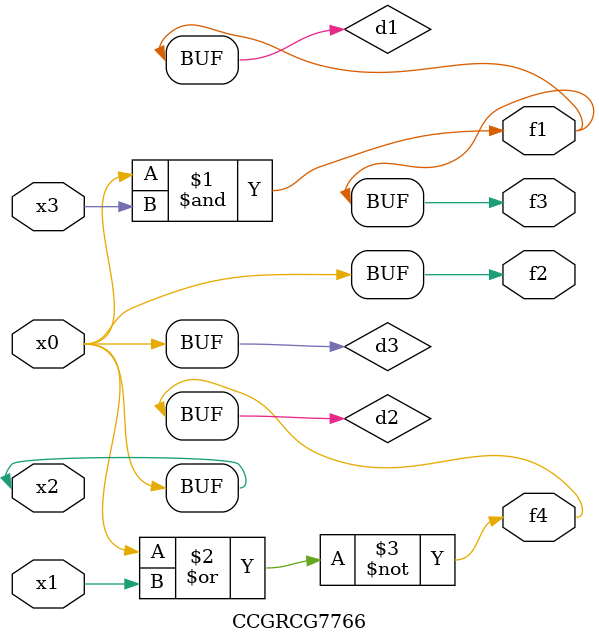
<source format=v>
module CCGRCG7766(
	input x0, x1, x2, x3,
	output f1, f2, f3, f4
);

	wire d1, d2, d3;

	and (d1, x2, x3);
	nor (d2, x0, x1);
	buf (d3, x0, x2);
	assign f1 = d1;
	assign f2 = d3;
	assign f3 = d1;
	assign f4 = d2;
endmodule

</source>
